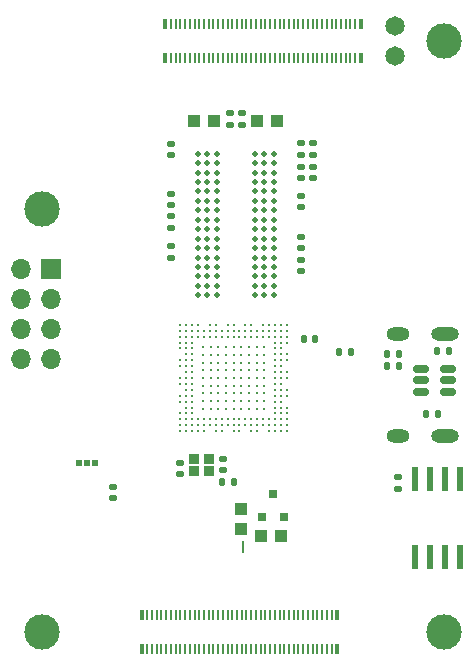
<source format=gbr>
G04 #@! TF.GenerationSoftware,KiCad,Pcbnew,9.0.1*
G04 #@! TF.CreationDate,2025-06-04T13:38:33-07:00*
G04 #@! TF.ProjectId,mp153-devboard,6d703135-332d-4646-9576-626f6172642e,rev?*
G04 #@! TF.SameCoordinates,PXb487a00PY650eff0*
G04 #@! TF.FileFunction,Soldermask,Top*
G04 #@! TF.FilePolarity,Negative*
%FSLAX46Y46*%
G04 Gerber Fmt 4.6, Leading zero omitted, Abs format (unit mm)*
G04 Created by KiCad (PCBNEW 9.0.1) date 2025-06-04 13:38:33*
%MOMM*%
%LPD*%
G01*
G04 APERTURE LIST*
G04 Aperture macros list*
%AMRoundRect*
0 Rectangle with rounded corners*
0 $1 Rounding radius*
0 $2 $3 $4 $5 $6 $7 $8 $9 X,Y pos of 4 corners*
0 Add a 4 corners polygon primitive as box body*
4,1,4,$2,$3,$4,$5,$6,$7,$8,$9,$2,$3,0*
0 Add four circle primitives for the rounded corners*
1,1,$1+$1,$2,$3*
1,1,$1+$1,$4,$5*
1,1,$1+$1,$6,$7*
1,1,$1+$1,$8,$9*
0 Add four rect primitives between the rounded corners*
20,1,$1+$1,$2,$3,$4,$5,0*
20,1,$1+$1,$4,$5,$6,$7,0*
20,1,$1+$1,$6,$7,$8,$9,0*
20,1,$1+$1,$8,$9,$2,$3,0*%
G04 Aperture macros list end*
%ADD10RoundRect,0.147500X0.172500X-0.147500X0.172500X0.147500X-0.172500X0.147500X-0.172500X-0.147500X0*%
%ADD11RoundRect,0.150000X-0.512500X-0.150000X0.512500X-0.150000X0.512500X0.150000X-0.512500X0.150000X0*%
%ADD12RoundRect,0.147500X0.147500X0.172500X-0.147500X0.172500X-0.147500X-0.172500X0.147500X-0.172500X0*%
%ADD13RoundRect,0.147500X-0.172500X0.147500X-0.172500X-0.147500X0.172500X-0.147500X0.172500X0.147500X0*%
%ADD14R,0.160000X0.500000*%
%ADD15R,0.500000X0.500000*%
%ADD16R,1.000000X1.000000*%
%ADD17C,3.000000*%
%ADD18C,0.230000*%
%ADD19RoundRect,0.050000X0.400000X0.350000X-0.400000X0.350000X-0.400000X-0.350000X0.400000X-0.350000X0*%
%ADD20RoundRect,0.147500X-0.147500X-0.172500X0.147500X-0.172500X0.147500X0.172500X-0.147500X0.172500X0*%
%ADD21R,0.200000X0.890000*%
%ADD22R,0.350000X0.890000*%
%ADD23R,0.800100X0.800100*%
%ADD24C,0.500000*%
%ADD25R,0.600000X2.000000*%
%ADD26C,1.651000*%
%ADD27O,2.352400X1.152400*%
%ADD28O,1.952400X1.152400*%
%ADD29R,1.700000X1.700000*%
%ADD30O,1.700000X1.700000*%
G04 APERTURE END LIST*
D10*
G04 #@! TO.C,C42*
X14130800Y37555821D03*
X14130800Y38525821D03*
G04 #@! TD*
D11*
G04 #@! TO.C,U3*
X35302500Y25590000D03*
X35302500Y24640000D03*
X35302500Y23690000D03*
X37577500Y23690000D03*
X37577500Y24640000D03*
X37577500Y25590000D03*
G04 #@! TD*
D12*
G04 #@! TO.C,R4*
X33445000Y25890000D03*
X32475000Y25890000D03*
G04 #@! TD*
D13*
G04 #@! TO.C,C98*
X25160800Y44715821D03*
X25160800Y43745821D03*
G04 #@! TD*
D14*
G04 #@! TO.C,NT2*
X20280800Y10807600D03*
X20280800Y10307600D03*
G04 #@! TD*
D15*
G04 #@! TO.C,JP1*
X7740800Y17617600D03*
X7060800Y17617600D03*
X6380800Y17617600D03*
G04 #@! TD*
D10*
G04 #@! TO.C,R67*
X25130800Y35825821D03*
X25130800Y36795821D03*
G04 #@! TD*
D16*
G04 #@! TO.C,C81*
X23170800Y46610821D03*
X21470800Y46610821D03*
G04 #@! TD*
D17*
G04 #@! TO.C,H4*
X37250800Y3357600D03*
G04 #@! TD*
G04 #@! TO.C,H2*
X3250800Y39170000D03*
G04 #@! TD*
D13*
G04 #@! TO.C,C13*
X14930800Y17662600D03*
X14930800Y16692600D03*
G04 #@! TD*
D17*
G04 #@! TO.C,H3*
X3250800Y3357600D03*
G04 #@! TD*
D10*
G04 #@! TO.C,C64*
X26174260Y43740741D03*
X26174260Y44710741D03*
G04 #@! TD*
D13*
G04 #@! TO.C,C55*
X26190800Y42715821D03*
X26190800Y41745821D03*
G04 #@! TD*
D18*
G04 #@! TO.C,U2*
X16860800Y22237600D03*
X16860800Y22887600D03*
X16860800Y23537600D03*
X16860800Y24187600D03*
X16860800Y24837600D03*
X16860800Y25487600D03*
X16860800Y26137600D03*
X16860800Y26787600D03*
X16860800Y27437600D03*
X17510800Y22237600D03*
X17510800Y22887600D03*
X17510800Y23537600D03*
X17510800Y24187600D03*
X17510800Y24837600D03*
X17510800Y25487600D03*
X17510800Y26137600D03*
X17510800Y26787600D03*
X17510800Y27437600D03*
X18160800Y22237600D03*
X18160800Y22887600D03*
X18160800Y23537600D03*
X18160800Y24187600D03*
X18160800Y24837600D03*
X18160800Y25487600D03*
X18160800Y26137600D03*
X18160800Y26787600D03*
X18160800Y27437600D03*
X18810800Y22237600D03*
X18810800Y22887600D03*
X18810800Y23537600D03*
X18810800Y24187600D03*
X18810800Y24837600D03*
X18810800Y25487600D03*
X18810800Y26137600D03*
X18810800Y26787600D03*
X18810800Y27437600D03*
X19460800Y22237600D03*
X19460800Y22887600D03*
X19460800Y23537600D03*
X19460800Y24187600D03*
X19460800Y24837600D03*
X19460800Y25487600D03*
X19460800Y26137600D03*
X19460800Y26787600D03*
X19460800Y27437600D03*
X20110800Y22237600D03*
X20110800Y22887600D03*
X20110800Y23537600D03*
X20110800Y24187600D03*
X20110800Y24837600D03*
X20110800Y25487600D03*
X20110800Y26137600D03*
X20110800Y26787600D03*
X20110800Y27437600D03*
X20760800Y22237600D03*
X20760800Y22887600D03*
X20760800Y23537600D03*
X20760800Y24187600D03*
X20760800Y24837600D03*
X20760800Y25487600D03*
X20760800Y26137600D03*
X20760800Y26787600D03*
X20760800Y27437600D03*
X21410800Y22237600D03*
X21410800Y22887600D03*
X21410800Y23537600D03*
X21410800Y24187600D03*
X21410800Y24837600D03*
X21410800Y25487600D03*
X21410800Y26137600D03*
X21410800Y26787600D03*
X21410800Y27437600D03*
X22060800Y22237600D03*
X22060800Y22887600D03*
X22060800Y23537600D03*
X22060800Y24187600D03*
X22060800Y24837600D03*
X22060800Y25487600D03*
X22060800Y26137600D03*
X22060800Y26787600D03*
X22060800Y27437600D03*
X14960800Y20337600D03*
X14960800Y20837600D03*
X14960800Y21337600D03*
X14960800Y21837600D03*
X14960800Y22837600D03*
X14960800Y23337600D03*
X14960800Y24337600D03*
X14960800Y24837600D03*
X14960800Y25837600D03*
X14960800Y26337600D03*
X14960800Y27337600D03*
X14960800Y27837600D03*
X14960800Y28337600D03*
X14960800Y28837600D03*
X14960800Y29337600D03*
X15460800Y20337600D03*
X15460800Y20837600D03*
X15460800Y21337600D03*
X15460800Y21837600D03*
X15460800Y22337600D03*
X15460800Y22837600D03*
X15460800Y23337600D03*
X15460800Y23837600D03*
X15460800Y24337600D03*
X15460800Y24837600D03*
X15460800Y25337600D03*
X15460800Y25837600D03*
X15460800Y26337600D03*
X15460800Y26837600D03*
X15460800Y27337600D03*
X15460800Y27837600D03*
X15460800Y28337600D03*
X15460800Y28837600D03*
X15460800Y29337600D03*
X15960800Y20337600D03*
X15960800Y20837600D03*
X15960800Y21337600D03*
X15960800Y21837600D03*
X15960800Y22337600D03*
X15960800Y22837600D03*
X15960800Y23337600D03*
X15960800Y23837600D03*
X15960800Y24337600D03*
X15960800Y24837600D03*
X15960800Y25337600D03*
X15960800Y25837600D03*
X15960800Y26337600D03*
X15960800Y26837600D03*
X15960800Y27337600D03*
X15960800Y27837600D03*
X15960800Y28337600D03*
X15960800Y28837600D03*
X15960800Y29337600D03*
X16460800Y20337600D03*
X16460800Y20837600D03*
X16460800Y21337600D03*
X16460800Y28337600D03*
X16460800Y28837600D03*
X16460800Y29337600D03*
X16960800Y20337600D03*
X16960800Y20837600D03*
X16960800Y21337600D03*
X16960800Y28337600D03*
X16960800Y28837600D03*
X17460800Y20837600D03*
X17460800Y21337600D03*
X17460800Y28337600D03*
X17460800Y28837600D03*
X17460800Y29337600D03*
X17960800Y20337600D03*
X17960800Y20837600D03*
X17960800Y21337600D03*
X17960800Y28337600D03*
X17960800Y28837600D03*
X17960800Y29337600D03*
X18460800Y20337600D03*
X18460800Y20837600D03*
X18460800Y21337600D03*
X18460800Y28337600D03*
X18460800Y28837600D03*
X18960800Y20837600D03*
X18960800Y21337600D03*
X18960800Y28337600D03*
X18960800Y28837600D03*
X18960800Y29337600D03*
X19460800Y20337600D03*
X19460800Y20837600D03*
X19460800Y21337600D03*
X19460800Y28337600D03*
X19460800Y28837600D03*
X19460800Y29337600D03*
X19960800Y20337600D03*
X19960800Y20837600D03*
X19960800Y21337600D03*
X19960800Y28337600D03*
X19960800Y28837600D03*
X20460800Y20837600D03*
X20460800Y21337600D03*
X20460800Y28337600D03*
X20460800Y28837600D03*
X20460800Y29337600D03*
X20960800Y20337600D03*
X20960800Y20837600D03*
X20960800Y21337600D03*
X20960800Y28337600D03*
X20960800Y28837600D03*
X20960800Y29337600D03*
X21460800Y20337600D03*
X21460800Y20837600D03*
X21460800Y21337600D03*
X21460800Y28337600D03*
X21460800Y28837600D03*
X21960800Y20837600D03*
X21960800Y21337600D03*
X21960800Y28337600D03*
X21960800Y28837600D03*
X21960800Y29337600D03*
X22460800Y20337600D03*
X22460800Y20837600D03*
X22460800Y21337600D03*
X22460800Y28337600D03*
X22460800Y28837600D03*
X22460800Y29337600D03*
X22960800Y20337600D03*
X22960800Y20837600D03*
X22960800Y21337600D03*
X22960800Y21837600D03*
X22960800Y22337600D03*
X22960800Y22837600D03*
X22960800Y23337600D03*
X22960800Y23837600D03*
X22960800Y24337600D03*
X22960800Y24837600D03*
X22960800Y25337600D03*
X22960800Y25837600D03*
X22960800Y26337600D03*
X22960800Y26837600D03*
X22960800Y27337600D03*
X22960800Y27837600D03*
X22960800Y28337600D03*
X22960800Y28837600D03*
X22960800Y29337600D03*
X23460800Y20337600D03*
X23460800Y20837600D03*
X23460800Y21337600D03*
X23460800Y21837600D03*
X23460800Y22337600D03*
X23460800Y22837600D03*
X23460800Y23337600D03*
X23460800Y23837600D03*
X23460800Y24337600D03*
X23460800Y24837600D03*
X23460800Y25337600D03*
X23460800Y25837600D03*
X23460800Y26337600D03*
X23460800Y26837600D03*
X23460800Y27337600D03*
X23460800Y27837600D03*
X23460800Y28337600D03*
X23460800Y28837600D03*
X23460800Y29337600D03*
X23960800Y20337600D03*
X23960800Y20837600D03*
X23960800Y21337600D03*
X23960800Y21837600D03*
X23960800Y22337600D03*
X23960800Y23337600D03*
X23960800Y23837600D03*
X23960800Y24837600D03*
X23960800Y25337600D03*
X23960800Y26337600D03*
X23960800Y26837600D03*
X23960800Y27837600D03*
X23960800Y28337600D03*
X23960800Y28837600D03*
X23960800Y29337600D03*
G04 #@! TD*
D16*
G04 #@! TO.C,C83*
X17810800Y46620821D03*
X16110800Y46620821D03*
G04 #@! TD*
D19*
G04 #@! TO.C,X1*
X17395807Y17940808D03*
X16095803Y17940808D03*
X16095803Y16940808D03*
X17395807Y16940808D03*
G04 #@! TD*
D20*
G04 #@! TO.C,C24*
X18495800Y16047600D03*
X19465800Y16047600D03*
G04 #@! TD*
D12*
G04 #@! TO.C,R3*
X29375800Y27027600D03*
X28405800Y27027600D03*
G04 #@! TD*
D21*
G04 #@! TO.C,J4*
X12151700Y1912600D03*
X12151700Y4802600D03*
X12551700Y1912600D03*
X12551700Y4802600D03*
X12951700Y1912600D03*
X12951700Y4802600D03*
X13351700Y1912600D03*
X13351700Y4802600D03*
X13751700Y1912600D03*
X13751700Y4802600D03*
X14151700Y1912600D03*
X14151700Y4802600D03*
X14551700Y1912600D03*
X14551700Y4802600D03*
X14951700Y1912600D03*
X14951700Y4802600D03*
X15351700Y1912600D03*
X15351700Y4802600D03*
X15751700Y1912600D03*
X15751700Y4802600D03*
X16151700Y1912600D03*
X16151700Y4802600D03*
X16551700Y1912600D03*
X16551700Y4802600D03*
X16951700Y1912600D03*
X16951700Y4802600D03*
X17351700Y1912600D03*
X17351700Y4802600D03*
X17751700Y1912600D03*
X17751700Y4802600D03*
X18151700Y1912600D03*
X18151700Y4802600D03*
X18551700Y1912600D03*
X18551700Y4802600D03*
X18951700Y1912600D03*
X18951700Y4802600D03*
X19351700Y1912600D03*
X19351700Y4802600D03*
X19751700Y1912600D03*
X19751700Y4802600D03*
X20151700Y1912600D03*
X20151700Y4802600D03*
X20551700Y1912600D03*
X20551700Y4802600D03*
X20951700Y1912600D03*
X20951700Y4802600D03*
X21351700Y1912600D03*
X21351700Y4802600D03*
X21751700Y1912600D03*
X21751700Y4802600D03*
X22151700Y1912600D03*
X22151700Y4802600D03*
X22551700Y1912600D03*
X22551700Y4802600D03*
X22951700Y1912600D03*
X22951700Y4802600D03*
X23351700Y1912600D03*
X23351700Y4802600D03*
X23751700Y1912600D03*
X23751700Y4802600D03*
X24151700Y1912600D03*
X24151700Y4802600D03*
X24551700Y1912600D03*
X24551700Y4802600D03*
X24951700Y1912600D03*
X24951700Y4802600D03*
X25351700Y1912600D03*
X25351700Y4802600D03*
X25751700Y1912600D03*
X25751700Y4802600D03*
X26151700Y1912600D03*
X26151700Y4802600D03*
X26551700Y1912600D03*
X26551700Y4802600D03*
X26951700Y1912600D03*
X26951700Y4802600D03*
X27351700Y1912600D03*
X27351700Y4802600D03*
X27751700Y1912600D03*
X27751700Y4802600D03*
D22*
X11676700Y1912600D03*
X28226700Y1912600D03*
X11676700Y4802600D03*
X28226700Y4802600D03*
G04 #@! TD*
D17*
G04 #@! TO.C,H1*
X37250800Y53357600D03*
G04 #@! TD*
D13*
G04 #@! TO.C,C102*
X25150800Y40265821D03*
X25150800Y39295821D03*
G04 #@! TD*
D10*
G04 #@! TO.C,C94*
X19140800Y46285821D03*
X19140800Y47255821D03*
G04 #@! TD*
D20*
G04 #@! TO.C,R5*
X32465000Y26900000D03*
X33435000Y26900000D03*
G04 #@! TD*
D10*
G04 #@! TO.C,C14*
X18534260Y17025741D03*
X18534260Y17995741D03*
G04 #@! TD*
D23*
G04 #@! TO.C,U13*
X21850800Y13057600D03*
X23750800Y13057600D03*
X22800800Y15056580D03*
G04 #@! TD*
D13*
G04 #@! TO.C,C12*
X33380000Y16445000D03*
X33380000Y15475000D03*
G04 #@! TD*
D24*
G04 #@! TO.C,U14*
X16440398Y43836600D03*
X17240400Y43836600D03*
X18040400Y43836600D03*
X21240400Y43836600D03*
X22040400Y43836600D03*
X22840400Y43836600D03*
X16440398Y43036600D03*
X17240400Y43036600D03*
X18040400Y43036600D03*
X21240400Y43036600D03*
X22040400Y43036600D03*
X22840400Y43036600D03*
X16440398Y42236600D03*
X17240400Y42236600D03*
X18040400Y42236600D03*
X21240400Y42236600D03*
X22040400Y42236600D03*
X22840400Y42236600D03*
X16440398Y41436600D03*
X17240400Y41436600D03*
X18040400Y41436600D03*
X21240400Y41436600D03*
X22040400Y41436600D03*
X22840400Y41436600D03*
X16440398Y40636600D03*
X17240400Y40636600D03*
X18040400Y40636600D03*
X21240400Y40636600D03*
X22040400Y40636600D03*
X22840400Y40636600D03*
X16440398Y39836600D03*
X17240400Y39836600D03*
X18040400Y39836600D03*
X21240400Y39836600D03*
X22040400Y39836600D03*
X22840400Y39836600D03*
X16440398Y39036600D03*
X17240400Y39036600D03*
X18040400Y39036600D03*
X21240400Y39036600D03*
X22040400Y39036600D03*
X22840400Y39036600D03*
X16440398Y38236600D03*
X17240400Y38236600D03*
X18040400Y38236600D03*
X21240400Y38236600D03*
X22040400Y38236600D03*
X22840400Y38236600D03*
X16440398Y37436600D03*
X17240400Y37436600D03*
X18040400Y37436600D03*
X21240400Y37436600D03*
X22040400Y37436600D03*
X22840400Y37436600D03*
X16440398Y36636600D03*
X17240400Y36636600D03*
X18040400Y36636600D03*
X21240400Y36636600D03*
X22040400Y36636600D03*
X22840400Y36636600D03*
X16440398Y35836600D03*
X17240400Y35836600D03*
X18040400Y35836600D03*
X21240400Y35836600D03*
X22040400Y35836600D03*
X22840400Y35836600D03*
X16440398Y35036600D03*
X17240400Y35036600D03*
X18040400Y35036600D03*
X21240400Y35036600D03*
X22040400Y35036600D03*
X22840400Y35036600D03*
X16440398Y34236600D03*
X17240400Y34236600D03*
X18040400Y34236600D03*
X21240400Y34236600D03*
X22040400Y34236600D03*
X22840400Y34236600D03*
X16440398Y33436600D03*
X17240400Y33436600D03*
X18040400Y33436600D03*
X21240400Y33436600D03*
X22040400Y33436600D03*
X22840400Y33436600D03*
X16440398Y32636600D03*
X17240400Y32636600D03*
X18040400Y32636600D03*
X21240400Y32636600D03*
X22040400Y32636600D03*
X22840400Y32636600D03*
X16440398Y31836600D03*
X17240400Y31836600D03*
X18040400Y31836600D03*
X21240400Y31836600D03*
X22040400Y31836600D03*
X22840400Y31836600D03*
G04 #@! TD*
D12*
G04 #@! TO.C,C40*
X26395800Y28154821D03*
X25425800Y28154821D03*
G04 #@! TD*
D13*
G04 #@! TO.C,C82*
X14130800Y40445821D03*
X14130800Y39475821D03*
G04 #@! TD*
D10*
G04 #@! TO.C,C99*
X25172060Y41736141D03*
X25172060Y42706141D03*
G04 #@! TD*
G04 #@! TO.C,C21*
X9270000Y14680000D03*
X9270000Y15650000D03*
G04 #@! TD*
D13*
G04 #@! TO.C,C87*
X20200800Y47255821D03*
X20200800Y46285821D03*
G04 #@! TD*
D20*
G04 #@! TO.C,R11*
X35785000Y21780000D03*
X36755000Y21780000D03*
G04 #@! TD*
D10*
G04 #@! TO.C,C92*
X14130800Y43695821D03*
X14130800Y44665821D03*
G04 #@! TD*
D16*
G04 #@! TO.C,C44*
X23508800Y11496600D03*
X21808800Y11496600D03*
G04 #@! TD*
D20*
G04 #@! TO.C,R10*
X36725000Y27160000D03*
X37695000Y27160000D03*
G04 #@! TD*
D10*
G04 #@! TO.C,C106*
X14140800Y35025821D03*
X14140800Y35995821D03*
G04 #@! TD*
D16*
G04 #@! TO.C,C41*
X20130800Y13747600D03*
X20130800Y12047600D03*
G04 #@! TD*
D10*
G04 #@! TO.C,R59*
X25150800Y33895821D03*
X25150800Y34865821D03*
G04 #@! TD*
D25*
G04 #@! TO.C,U5*
X34785000Y9648000D03*
X36055000Y9648000D03*
X37325000Y9648000D03*
X38595000Y9648000D03*
X38595000Y16252000D03*
X37325000Y16252000D03*
X36055000Y16252000D03*
X34785000Y16252000D03*
G04 #@! TD*
D21*
G04 #@! TO.C,J6*
X14151700Y51912600D03*
X14151700Y54802600D03*
X14551700Y51912600D03*
X14551700Y54802600D03*
X14951700Y51912600D03*
X14951700Y54802600D03*
X15351700Y51912600D03*
X15351700Y54802600D03*
X15751700Y51912600D03*
X15751700Y54802600D03*
X16151700Y51912600D03*
X16151700Y54802600D03*
X16551700Y51912600D03*
X16551700Y54802600D03*
X16951700Y51912600D03*
X16951700Y54802600D03*
X17351700Y51912600D03*
X17351700Y54802600D03*
X17751700Y51912600D03*
X17751700Y54802600D03*
X18151700Y51912600D03*
X18151700Y54802600D03*
X18551700Y51912600D03*
X18551700Y54802600D03*
X18951700Y51912600D03*
X18951700Y54802600D03*
X19351700Y51912600D03*
X19351700Y54802600D03*
X19751700Y51912600D03*
X19751700Y54802600D03*
X20151700Y51912600D03*
X20151700Y54802600D03*
X20551700Y51912600D03*
X20551700Y54802600D03*
X20951700Y51912600D03*
X20951700Y54802600D03*
X21351700Y51912600D03*
X21351700Y54802600D03*
X21751700Y51912600D03*
X21751700Y54802600D03*
X22151700Y51912600D03*
X22151700Y54802600D03*
X22551700Y51912600D03*
X22551700Y54802600D03*
X22951700Y51912600D03*
X22951700Y54802600D03*
X23351700Y51912600D03*
X23351700Y54802600D03*
X23751700Y51912600D03*
X23751700Y54802600D03*
X24151700Y51912600D03*
X24151700Y54802600D03*
X24551700Y51912600D03*
X24551700Y54802600D03*
X24951700Y51912600D03*
X24951700Y54802600D03*
X25351700Y51912600D03*
X25351700Y54802600D03*
X25751700Y51912600D03*
X25751700Y54802600D03*
X26151700Y51912600D03*
X26151700Y54802600D03*
X26551700Y51912600D03*
X26551700Y54802600D03*
X26951700Y51912600D03*
X26951700Y54802600D03*
X27351700Y51912600D03*
X27351700Y54802600D03*
X27751700Y51912600D03*
X27751700Y54802600D03*
X28151700Y51912600D03*
X28151700Y54802600D03*
X28551700Y51912600D03*
X28551700Y54802600D03*
X28951700Y51912600D03*
X28951700Y54802600D03*
X29351700Y51912600D03*
X29351700Y54802600D03*
X29751700Y51912600D03*
X29751700Y54802600D03*
D22*
X13676700Y51912600D03*
X30226700Y51912600D03*
X13676700Y54802600D03*
X30226700Y54802600D03*
G04 #@! TD*
D26*
G04 #@! TO.C,J5*
X33100000Y54660000D03*
X33100000Y52120000D03*
G04 #@! TD*
D27*
G04 #@! TO.C,J3*
X37340000Y28540000D03*
X37340000Y19900000D03*
D28*
X33340000Y28540000D03*
X33340000Y19900000D03*
G04 #@! TD*
D29*
G04 #@! TO.C,J1*
X4030800Y34027600D03*
D30*
X1490800Y34027600D03*
X4030800Y31487600D03*
X1490800Y31487600D03*
X4030800Y28947600D03*
X1490800Y28947600D03*
X4030800Y26407600D03*
X1490800Y26407600D03*
G04 #@! TD*
M02*

</source>
